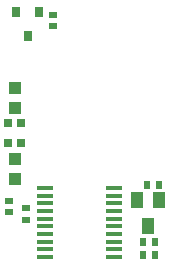
<source format=gtp>
G04 EAGLE Gerber X2 export*
%TF.Part,Single*%
%TF.FileFunction,Paste,Top*%
%TF.FilePolarity,Positive*%
%TF.GenerationSoftware,Autodesk,EAGLE,9.6.2*%
%TF.CreationDate,2022-06-05T05:17:34Z*%
G75*
%MOMM*%
%FSLAX34Y34*%
%LPD*%
%INSolderpaste Top*%
%AMOC8*
5,1,8,0,0,1.08239X$1,22.5*%
G01*
%ADD10R,0.700000X0.600000*%
%ADD11R,0.600000X0.700000*%
%ADD12R,0.800000X0.900000*%
%ADD13R,0.700000X0.800000*%
%ADD14R,1.100000X1.000000*%
%ADD15R,1.000000X1.400000*%
%ADD16R,1.475000X0.450000*%


D10*
X112112Y215260D03*
X112112Y225260D03*
X89504Y61766D03*
X89504Y51766D03*
D11*
X192380Y81018D03*
X202380Y81018D03*
X188548Y21336D03*
X198548Y21336D03*
X188548Y32766D03*
X198548Y32766D03*
D12*
X100404Y227762D03*
X81404Y227762D03*
X90904Y206762D03*
D13*
X74500Y133500D03*
X85500Y133500D03*
X74500Y116500D03*
X85500Y116500D03*
D10*
X75476Y57808D03*
X75476Y67808D03*
D14*
X80428Y102832D03*
X80428Y85832D03*
X80000Y146500D03*
X80000Y163500D03*
D15*
X193032Y45986D03*
X183532Y67986D03*
X202532Y67986D03*
D16*
X105562Y78562D03*
X105562Y72062D03*
X105562Y65562D03*
X105562Y59062D03*
X105562Y52562D03*
X105562Y46062D03*
X105562Y39562D03*
X105562Y33062D03*
X105562Y26562D03*
X105562Y20062D03*
X164322Y20062D03*
X164322Y26562D03*
X164322Y33062D03*
X164322Y39562D03*
X164322Y46062D03*
X164322Y52562D03*
X164322Y59062D03*
X164322Y65562D03*
X164322Y72062D03*
X164322Y78562D03*
M02*

</source>
